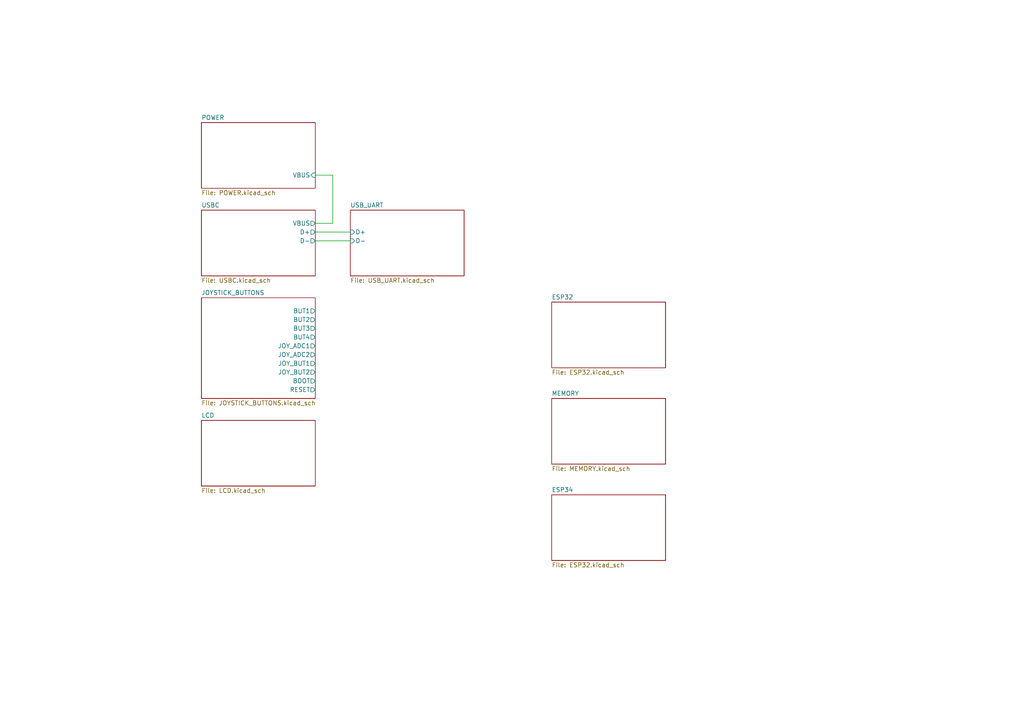
<source format=kicad_sch>
(kicad_sch
	(version 20250114)
	(generator "eeschema")
	(generator_version "9.0")
	(uuid "869bea87-c885-4ead-826b-3f34ceacafad")
	(paper "A4")
	(title_block
		(title "Controller")
	)
	(lib_symbols)
	(wire
		(pts
			(xy 91.44 67.31) (xy 101.6 67.31)
		)
		(stroke
			(width 0)
			(type default)
		)
		(uuid "19a6ac52-6709-43ed-a4cf-3f3a1052ab78")
	)
	(wire
		(pts
			(xy 96.52 50.8) (xy 91.44 50.8)
		)
		(stroke
			(width 0)
			(type default)
		)
		(uuid "4d310878-b158-4de4-bd11-3959a2ef685f")
	)
	(wire
		(pts
			(xy 91.44 69.85) (xy 101.6 69.85)
		)
		(stroke
			(width 0)
			(type default)
		)
		(uuid "c9b225e6-bb16-4875-ae40-afdb1633889e")
	)
	(wire
		(pts
			(xy 96.52 64.77) (xy 96.52 50.8)
		)
		(stroke
			(width 0)
			(type default)
		)
		(uuid "cf88c44c-19a8-47a8-88e2-4e14c3adc4b9")
	)
	(wire
		(pts
			(xy 91.44 64.77) (xy 96.52 64.77)
		)
		(stroke
			(width 0)
			(type default)
		)
		(uuid "f1d5d2a1-8a96-4269-8d2a-44659d9ff5c2")
	)
	(sheet
		(at 160.02 115.57)
		(size 33.02 19.05)
		(exclude_from_sim no)
		(in_bom yes)
		(on_board yes)
		(dnp no)
		(fields_autoplaced yes)
		(stroke
			(width 0.1524)
			(type solid)
		)
		(fill
			(color 0 0 0 0.0000)
		)
		(uuid "0e7b3f4d-646f-4949-ba8d-4e4489aa7d1d")
		(property "Sheetname" "MEMORY"
			(at 160.02 114.8584 0)
			(effects
				(font
					(size 1.27 1.27)
				)
				(justify left bottom)
			)
		)
		(property "Sheetfile" "MEMORY.kicad_sch"
			(at 160.02 135.2046 0)
			(effects
				(font
					(size 1.27 1.27)
				)
				(justify left top)
			)
		)
		(instances
			(project "controller"
				(path "/869bea87-c885-4ead-826b-3f34ceacafad"
					(page "8")
				)
			)
		)
	)
	(sheet
		(at 58.42 86.36)
		(size 33.02 29.21)
		(exclude_from_sim no)
		(in_bom yes)
		(on_board yes)
		(dnp no)
		(fields_autoplaced yes)
		(stroke
			(width 0.1524)
			(type solid)
		)
		(fill
			(color 0 0 0 0.0000)
		)
		(uuid "252b634b-1fae-4e1d-86fa-b1e316b135ec")
		(property "Sheetname" "JOYSTICK_BUTTONS"
			(at 58.42 85.6484 0)
			(effects
				(font
					(size 1.27 1.27)
				)
				(justify left bottom)
			)
		)
		(property "Sheetfile" "JOYSTICK_BUTTONS.kicad_sch"
			(at 58.42 116.1546 0)
			(effects
				(font
					(size 1.27 1.27)
				)
				(justify left top)
			)
		)
		(pin "BUT1" output
			(at 91.44 90.17 0)
			(uuid "959784ea-0a9c-4f6d-9aba-7e4f093e6176")
			(effects
				(font
					(size 1.27 1.27)
				)
				(justify right)
			)
		)
		(pin "BUT2" output
			(at 91.44 92.71 0)
			(uuid "99a457fe-b8a2-4136-9a1d-212fcd8c3d73")
			(effects
				(font
					(size 1.27 1.27)
				)
				(justify right)
			)
		)
		(pin "BUT3" output
			(at 91.44 95.25 0)
			(uuid "b969ff80-c1ca-4073-afab-3b8dd34472dc")
			(effects
				(font
					(size 1.27 1.27)
				)
				(justify right)
			)
		)
		(pin "BUT4" output
			(at 91.44 97.79 0)
			(uuid "0f6092ba-b66c-4c5e-810b-021e7fe9f85e")
			(effects
				(font
					(size 1.27 1.27)
				)
				(justify right)
			)
		)
		(pin "JOY_ADC1" output
			(at 91.44 100.33 0)
			(uuid "bbf71206-6958-4b0a-a579-6385fb3186ac")
			(effects
				(font
					(size 1.27 1.27)
				)
				(justify right)
			)
		)
		(pin "JOY_ADC2" output
			(at 91.44 102.87 0)
			(uuid "827433f7-a50b-4a7e-80a4-8d8e3953dc9d")
			(effects
				(font
					(size 1.27 1.27)
				)
				(justify right)
			)
		)
		(pin "JOY_BUT1" output
			(at 91.44 105.41 0)
			(uuid "d836e329-5fb9-4d72-b075-79d363d4dceb")
			(effects
				(font
					(size 1.27 1.27)
				)
				(justify right)
			)
		)
		(pin "JOY_BUT2" output
			(at 91.44 107.95 0)
			(uuid "47a2e738-ae2d-4133-bddc-03321947880a")
			(effects
				(font
					(size 1.27 1.27)
				)
				(justify right)
			)
		)
		(pin "BOOT" output
			(at 91.44 110.49 0)
			(uuid "12491437-7fd4-4394-8870-35a98d3463d6")
			(effects
				(font
					(size 1.27 1.27)
				)
				(justify right)
			)
		)
		(pin "RESET" output
			(at 91.44 113.03 0)
			(uuid "5ef3103e-61f9-4a43-b7e3-8719f02b2e6f")
			(effects
				(font
					(size 1.27 1.27)
				)
				(justify right)
			)
		)
		(instances
			(project "controller"
				(path "/869bea87-c885-4ead-826b-3f34ceacafad"
					(page "4")
				)
			)
		)
	)
	(sheet
		(at 58.42 60.96)
		(size 33.02 19.05)
		(exclude_from_sim no)
		(in_bom yes)
		(on_board yes)
		(dnp no)
		(fields_autoplaced yes)
		(stroke
			(width 0.1524)
			(type solid)
		)
		(fill
			(color 0 0 0 0.0000)
		)
		(uuid "26d17bc2-e2ae-44e6-8fc3-d458d6e51b4a")
		(property "Sheetname" "USBC"
			(at 58.42 60.2484 0)
			(effects
				(font
					(size 1.27 1.27)
				)
				(justify left bottom)
			)
		)
		(property "Sheetfile" "USBC.kicad_sch"
			(at 58.42 80.5946 0)
			(effects
				(font
					(size 1.27 1.27)
				)
				(justify left top)
			)
		)
		(pin "VBUS" output
			(at 91.44 64.77 0)
			(uuid "67902996-b3ef-4330-97fe-5a2db6bed216")
			(effects
				(font
					(size 1.27 1.27)
				)
				(justify right)
			)
		)
		(pin "D+" output
			(at 91.44 67.31 0)
			(uuid "5fe64752-914c-4e99-85c9-e1b0ef78b148")
			(effects
				(font
					(size 1.27 1.27)
				)
				(justify right)
			)
		)
		(pin "D-" output
			(at 91.44 69.85 0)
			(uuid "6febe6db-5962-41df-9ed1-846db5670b24")
			(effects
				(font
					(size 1.27 1.27)
				)
				(justify right)
			)
		)
		(instances
			(project "controller"
				(path "/869bea87-c885-4ead-826b-3f34ceacafad"
					(page "3")
				)
			)
		)
	)
	(sheet
		(at 101.6 60.96)
		(size 33.02 19.05)
		(exclude_from_sim no)
		(in_bom yes)
		(on_board yes)
		(dnp no)
		(fields_autoplaced yes)
		(stroke
			(width 0.1524)
			(type solid)
		)
		(fill
			(color 0 0 0 0.0000)
		)
		(uuid "6716075d-3941-4cbb-90c0-6bb554220bff")
		(property "Sheetname" "USB_UART"
			(at 101.6 60.2484 0)
			(effects
				(font
					(size 1.27 1.27)
				)
				(justify left bottom)
			)
		)
		(property "Sheetfile" "USB_UART.kicad_sch"
			(at 101.6 80.5946 0)
			(effects
				(font
					(size 1.27 1.27)
				)
				(justify left top)
			)
		)
		(pin "D+" input
			(at 101.6 67.31 180)
			(uuid "e0f950ca-a284-4dcf-ae12-4f0f074d1b36")
			(effects
				(font
					(size 1.27 1.27)
				)
				(justify left)
			)
		)
		(pin "D-" input
			(at 101.6 69.85 180)
			(uuid "880b6fde-4eff-48f8-a94a-499ec1c18e9b")
			(effects
				(font
					(size 1.27 1.27)
				)
				(justify left)
			)
		)
		(instances
			(project "controller"
				(path "/869bea87-c885-4ead-826b-3f34ceacafad"
					(page "7")
				)
			)
		)
	)
	(sheet
		(at 160.02 87.63)
		(size 33.02 19.05)
		(exclude_from_sim no)
		(in_bom yes)
		(on_board yes)
		(dnp no)
		(fields_autoplaced yes)
		(stroke
			(width 0.1524)
			(type solid)
		)
		(fill
			(color 0 0 0 0.0000)
		)
		(uuid "803675b3-25f7-4b49-b465-4697774a1dce")
		(property "Sheetname" "ESP32"
			(at 160.02 86.9184 0)
			(effects
				(font
					(size 1.27 1.27)
				)
				(justify left bottom)
			)
		)
		(property "Sheetfile" "ESP32.kicad_sch"
			(at 160.02 107.2646 0)
			(effects
				(font
					(size 1.27 1.27)
				)
				(justify left top)
			)
		)
		(instances
			(project "controller"
				(path "/869bea87-c885-4ead-826b-3f34ceacafad"
					(page "6")
				)
			)
		)
	)
	(sheet
		(at 58.42 121.92)
		(size 33.02 19.05)
		(exclude_from_sim no)
		(in_bom yes)
		(on_board yes)
		(dnp no)
		(fields_autoplaced yes)
		(stroke
			(width 0.1524)
			(type solid)
		)
		(fill
			(color 0 0 0 0.0000)
		)
		(uuid "a91903fe-ee0b-42c2-9d54-da8a7ff8ed7e")
		(property "Sheetname" "LCD"
			(at 58.42 121.2084 0)
			(effects
				(font
					(size 1.27 1.27)
				)
				(justify left bottom)
			)
		)
		(property "Sheetfile" "LCD.kicad_sch"
			(at 58.42 141.5546 0)
			(effects
				(font
					(size 1.27 1.27)
				)
				(justify left top)
			)
		)
		(instances
			(project "controller"
				(path "/869bea87-c885-4ead-826b-3f34ceacafad"
					(page "5")
				)
			)
		)
	)
	(sheet
		(at 160.02 143.51)
		(size 33.02 19.05)
		(exclude_from_sim no)
		(in_bom yes)
		(on_board yes)
		(dnp no)
		(fields_autoplaced yes)
		(stroke
			(width 0.1524)
			(type solid)
		)
		(fill
			(color 0 0 0 0.0000)
		)
		(uuid "cc3ab021-ec15-450e-9af3-a840a920a1aa")
		(property "Sheetname" "ESP34"
			(at 160.02 142.7984 0)
			(effects
				(font
					(size 1.27 1.27)
				)
				(justify left bottom)
			)
		)
		(property "Sheetfile" "ESP32.kicad_sch"
			(at 160.02 163.1446 0)
			(effects
				(font
					(size 1.27 1.27)
				)
				(justify left top)
			)
		)
		(instances
			(project "controller"
				(path "/869bea87-c885-4ead-826b-3f34ceacafad"
					(page "9")
				)
			)
		)
	)
	(sheet
		(at 58.42 35.56)
		(size 33.02 19.05)
		(exclude_from_sim no)
		(in_bom yes)
		(on_board yes)
		(dnp no)
		(fields_autoplaced yes)
		(stroke
			(width 0.1524)
			(type solid)
		)
		(fill
			(color 0 0 0 0.0000)
		)
		(uuid "e70789ad-230b-4d46-b635-87f45083e468")
		(property "Sheetname" "POWER"
			(at 58.42 34.8484 0)
			(effects
				(font
					(size 1.27 1.27)
				)
				(justify left bottom)
			)
		)
		(property "Sheetfile" "POWER.kicad_sch"
			(at 58.42 55.1946 0)
			(effects
				(font
					(size 1.27 1.27)
				)
				(justify left top)
			)
		)
		(pin "VBUS" input
			(at 91.44 50.8 0)
			(uuid "cfdfd2c5-96a7-4083-9c4e-3f7577bcbbe0")
			(effects
				(font
					(size 1.27 1.27)
				)
				(justify right)
			)
		)
		(instances
			(project "controller"
				(path "/869bea87-c885-4ead-826b-3f34ceacafad"
					(page "2")
				)
			)
		)
	)
	(sheet_instances
		(path "/"
			(page "1")
		)
	)
	(embedded_fonts no)
)

</source>
